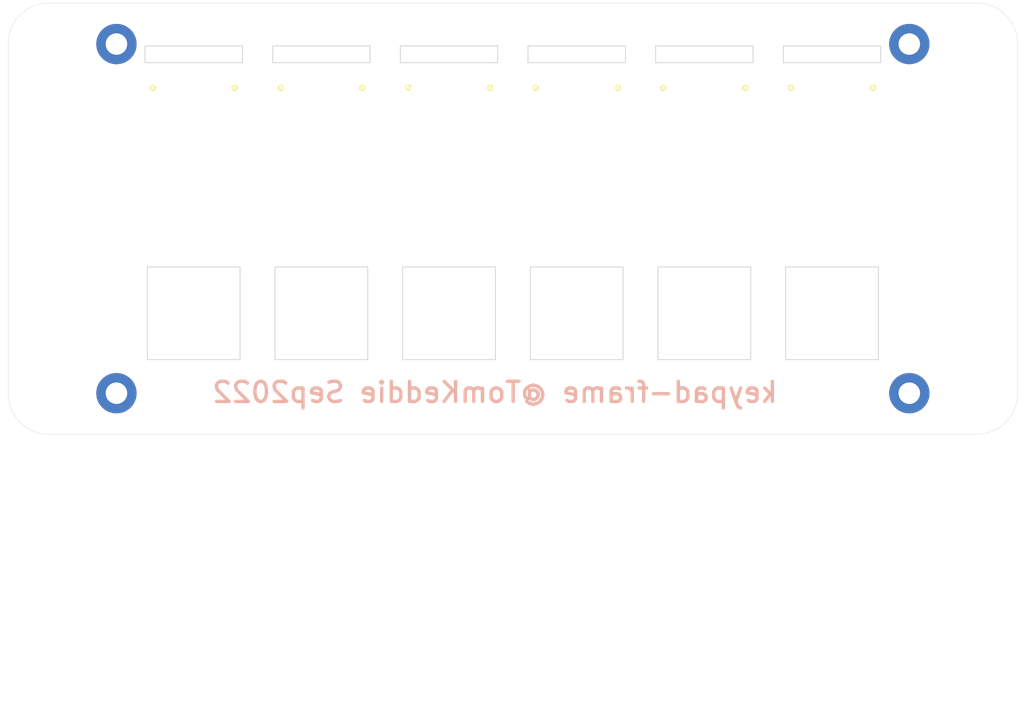
<source format=kicad_pcb>
(kicad_pcb (version 20211014) (generator pcbnew)
  (title_block (date "2021-05-29") (rev "May2021"))
  (layers (0 "F.Cu" signal) (31 "B.Cu" signal) (34 "B.Paste" user) (35 "F.Paste" user) (36 "B.SilkS" user "B.Silkscreen") (37 "F.SilkS" user "F.Silkscreen") (38 "B.Mask" user) (39 "F.Mask" user) (44 "Edge.Cuts" user))
  (net 0 "")
  (net 1 "GND")
  (footprint "tom-mechanical:MX_KEYSWITCH_CUTOUT" (layer "F.Cu") (at 119 100)
    (fp_text reference "SW2" hide)
    (fp_text value "Switch_SW_Push" hide)
    (fp_line (start -6.9 -6.9) (end 6.9 -6.9) (layer "Edge.Cuts") (width 0.12))
    (fp_line (start 6.9 6.9) (end -6.9 6.9) (layer "Edge.Cuts") (width 0.12))
    (fp_line (start -6.9 -6.9) (end -6.9 6.9) (layer "Edge.Cuts") (width 0.12))
    (fp_line (start 6.9 -6.9) (end 6.9 6.9) (layer "Edge.Cuts") (width 0.12))
  )
  (footprint "tom-mechanical:MX_KEYSWITCH_CUTOUT" (layer "F.Cu") (at 138 100)
    (fp_text reference "SW3" hide)
    (fp_text value "Switch_SW_Push" hide)
    (fp_line (start -6.9 -6.9) (end 6.9 -6.9) (layer "Edge.Cuts") (width 0.12))
    (fp_line (start 6.9 6.9) (end -6.9 6.9) (layer "Edge.Cuts") (width 0.12))
    (fp_line (start 6.9 -6.9) (end 6.9 6.9) (layer "Edge.Cuts") (width 0.12))
    (fp_line (start -6.9 -6.9) (end -6.9 6.9) (layer "Edge.Cuts") (width 0.12))
  )
  (footprint "tom-mechanical:MX_KEYSWITCH_CUTOUT" (layer "F.Cu") (at 157 100)
    (fp_text reference "SW4" hide)
    (fp_text value "Switch_SW_Push" hide)
    (fp_line (start -6.9 -6.9) (end -6.9 6.9) (layer "Edge.Cuts") (width 0.12))
    (fp_line (start 6.9 6.9) (end -6.9 6.9) (layer "Edge.Cuts") (width 0.12))
    (fp_line (start -6.9 -6.9) (end 6.9 -6.9) (layer "Edge.Cuts") (width 0.12))
    (fp_line (start 6.9 -6.9) (end 6.9 6.9) (layer "Edge.Cuts") (width 0.12))
  )
  (footprint "tom-mechanical:MX_KEYSWITCH_CUTOUT" (layer "F.Cu") (at 176 100)
    (fp_text reference "SW5" hide)
    (fp_text value "Switch_SW_Push" hide)
    (fp_line (start 6.9 6.9) (end -6.9 6.9) (layer "Edge.Cuts") (width 0.12))
    (fp_line (start -6.9 -6.9) (end -6.9 6.9) (layer "Edge.Cuts") (width 0.12))
    (fp_line (start -6.9 -6.9) (end 6.9 -6.9) (layer "Edge.Cuts") (width 0.12))
    (fp_line (start 6.9 -6.9) (end 6.9 6.9) (layer "Edge.Cuts") (width 0.12))
  )
  (footprint "tom-mechanical:MX_KEYSWITCH_CUTOUT" (layer "F.Cu") (at 195 100)
    (fp_text reference "SW6" hide)
    (fp_text value "Switch_SW_Push" hide)
    (fp_line (start 6.9 6.9) (end -6.9 6.9) (layer "Edge.Cuts") (width 0.12))
    (fp_line (start -6.9 -6.9) (end 6.9 -6.9) (layer "Edge.Cuts") (width 0.12))
    (fp_line (start -6.9 -6.9) (end -6.9 6.9) (layer "Edge.Cuts") (width 0.12))
    (fp_line (start 6.9 -6.9) (end 6.9 6.9) (layer "Edge.Cuts") (width 0.12))
  )
  (footprint "tom-mechanical:MX_KEYSWITCH_CUTOUT" (layer "F.Cu") (at 214 100)
    (fp_text reference "SW7" hide)
    (fp_text value "Switch_SW_Push" hide)
    (fp_line (start 6.9 6.9) (end -6.9 6.9) (layer "Edge.Cuts") (width 0.12))
    (fp_line (start -6.9 -6.9) (end -6.9 6.9) (layer "Edge.Cuts") (width 0.12))
    (fp_line (start 6.9 -6.9) (end 6.9 6.9) (layer "Edge.Cuts") (width 0.12))
    (fp_line (start -6.9 -6.9) (end 6.9 -6.9) (layer "Edge.Cuts") (width 0.12))
  )
  (footprint "keypad-base:1550Z109" (layer "F.Cu") (at 166.5 160)
    (fp_text reference "H1" hide)
    (fp_text value "1550Z109" hide)
  )
  (footprint "tom-mechanical:IE096HQ1301CL_SLOT" (layer "B.Cu") (at 119 70.424 180)
    (fp_text reference "U3" hide)
    (fp_text value "IE096HQ1301CL_SLOT" hide)
    (fp_circle (center 6.1 4) (end 6.45 4) (layer "F.SilkS") (width 0.3) (fill none))
    (fp_circle (center -6.1 4) (end -5.75 4) (layer "F.SilkS") (width 0.3) (fill none))
    (fp_line (start -7.25 7.75) (end -7.25 10.25) (layer "Edge.Cuts") (width 0.12))
    (fp_line (start 7.25 7.75) (end -7.25 7.75) (layer "Edge.Cuts") (width 0.12))
    (fp_line (start 7.25 7.75) (end 7.25 10.25) (layer "Edge.Cuts") (width 0.12))
    (fp_line (start -7.25 10.25) (end 7.25 10.25) (layer "Edge.Cuts") (width 0.12))
  )
  (footprint "tom-mechanical:IE096HQ1301CL_SLOT" (layer "B.Cu") (at 138 70.424 180)
    (fp_text reference "U4" hide)
    (fp_text value "IE096HQ1301CL_SLOT" hide)
    (fp_circle (center -6.1 4) (end -5.75 4) (layer "F.SilkS") (width 0.3) (fill none))
    (fp_circle (center 6.1 4) (end 6.45 4) (layer "F.SilkS") (width 0.3) (fill none))
    (fp_line (start -7.25 7.75) (end -7.25 10.25) (layer "Edge.Cuts") (width 0.12))
    (fp_line (start 7.25 7.75) (end -7.25 7.75) (layer "Edge.Cuts") (width 0.12))
    (fp_line (start -7.25 10.25) (end 7.25 10.25) (layer "Edge.Cuts") (width 0.12))
    (fp_line (start 7.25 7.75) (end 7.25 10.25) (layer "Edge.Cuts") (width 0.12))
  )
  (footprint "tom-mechanical:IE096HQ1301CL_SLOT" (layer "B.Cu") (at 176 70.424 180)
    (fp_text reference "U6" hide)
    (fp_text value "IE096HQ1301CL_SLOT" hide)
    (fp_circle (center -6.1 4) (end -5.75 4) (layer "F.SilkS") (width 0.3) (fill none))
    (fp_circle (center 6.1 4) (end 6.45 4) (layer "F.SilkS") (width 0.3) (fill none))
    (fp_line (start -7.25 10.25) (end 7.25 10.25) (layer "Edge.Cuts") (width 0.12))
    (fp_line (start 7.25 7.75) (end -7.25 7.75) (layer "Edge.Cuts") (width 0.12))
    (fp_line (start 7.25 7.75) (end 7.25 10.25) (layer "Edge.Cuts") (width 0.12))
    (fp_line (start -7.25 7.75) (end -7.25 10.25) (layer "Edge.Cuts") (width 0.12))
  )
  (footprint "tom-mechanical:IE096HQ1301CL_SLOT" (layer "B.Cu") (at 195 70.424 180)
    (fp_text reference "U7" hide)
    (fp_text value "IE096HQ1301CL_SLOT" hide)
    (fp_circle (center 6.1 4) (end 6.45 4) (layer "F.SilkS") (width 0.3) (fill none))
    (fp_circle (center -6.1 4) (end -5.75 4) (layer "F.SilkS") (width 0.3) (fill none))
    (fp_line (start -7.25 10.25) (end 7.25 10.25) (layer "Edge.Cuts") (width 0.12))
    (fp_line (start -7.25 7.75) (end -7.25 10.25) (layer "Edge.Cuts") (width 0.12))
    (fp_line (start 7.25 7.75) (end -7.25 7.75) (layer "Edge.Cuts") (width 0.12))
    (fp_line (start 7.25 7.75) (end 7.25 10.25) (layer "Edge.Cuts") (width 0.12))
  )
  (footprint "tom-mechanical:IE096HQ1301CL_SLOT" (layer "B.Cu") (at 214 70.424 180)
    (fp_text reference "U8" hide)
    (fp_text value "IE096HQ1301CL_SLOT" hide)
    (fp_circle (center -6.1 4) (end -5.75 4) (layer "F.SilkS") (width 0.3) (fill none))
    (fp_circle (center 6.1 4) (end 6.45 4) (layer "F.SilkS") (width 0.3) (fill none))
    (fp_line (start 7.25 7.75) (end 7.25 10.25) (layer "Edge.Cuts") (width 0.12))
    (fp_line (start -7.25 7.75) (end -7.25 10.25) (layer "Edge.Cuts") (width 0.12))
    (fp_line (start -7.25 10.25) (end 7.25 10.25) (layer "Edge.Cuts") (width 0.12))
    (fp_line (start 7.25 7.75) (end -7.25 7.75) (layer "Edge.Cuts") (width 0.12))
  )
  (footprint "tom-mechanical:IE096HQ1301CL_SLOT" (layer "B.Cu") (at 157 70.424 180)
    (fp_text reference "U5" hide)
    (fp_text value "IE096HQ1301CL_SLOT" hide)
    (fp_circle (center 6.1 4) (end 6.45 4) (layer "F.SilkS") (width 0.3) (fill none))
    (fp_circle (center -6.1 4) (end -5.75 4) (layer "F.SilkS") (width 0.3) (fill none))
    (fp_line (start -7.25 10.25) (end 7.25 10.25) (layer "Edge.Cuts") (width 0.12))
    (fp_line (start -7.25 7.75) (end -7.25 10.25) (layer "Edge.Cuts") (width 0.12))
    (fp_line (start 7.25 7.75) (end -7.25 7.75) (layer "Edge.Cuts") (width 0.12))
    (fp_line (start 7.25 7.75) (end 7.25 10.25) (layer "Edge.Cuts") (width 0.12))
  )
  (gr_arc (start 97.4 118) (mid 93.157359 116.242641) (end 91.4 112) (layer "Edge.Cuts") (width 0.05))
  (gr_line (start 97.4 118) (end 235.6 118) (layer "Edge.Cuts") (width 0.05))
  (gr_arc (start 235.6 53.8) (mid 239.842641 55.557359) (end 241.6 59.8) (layer "Edge.Cuts") (width 0.05))
  (gr_line (start 241.6 112) (end 241.6 59.8) (layer "Edge.Cuts") (width 0.05))
  (gr_arc (start 91.4 59.8) (mid 93.157359 55.557359) (end 97.4 53.8) (layer "Edge.Cuts") (width 0.05))
  (gr_line (start 235.6 53.8) (end 97.4 53.8) (layer "Edge.Cuts") (width 0.05))
  (gr_line (start 91.4 59.8) (end 91.4 112) (layer "Edge.Cuts") (width 0.05))
  (gr_arc (start 241.6 112) (mid 239.842641 116.242641) (end 235.6 118) (layer "Edge.Cuts") (width 0.05))
  (gr_text "keypad-frame @TomKeddie Sep2022" (at 163.83 111.76) (layer "B.SilkS") (effects (font (size 3 3) (thickness 0.5)) (justify mirror)))
  (via (at 225.5 59.9) (size 6) (drill 3.2) (layers "F.Cu" "B.Cu") (net 0))
  (via (at 107.5 111.9) (size 6) (drill 3.2) (layers "F.Cu" "B.Cu") (net 0))
  (via (at 107.5 59.9) (size 6) (drill 3.2) (layers "F.Cu" "B.Cu") (net 0))
  (via (at 225.5 111.9) (size 6) (drill 3.2) (layers "F.Cu" "B.Cu") (net 0))
)
</source>
